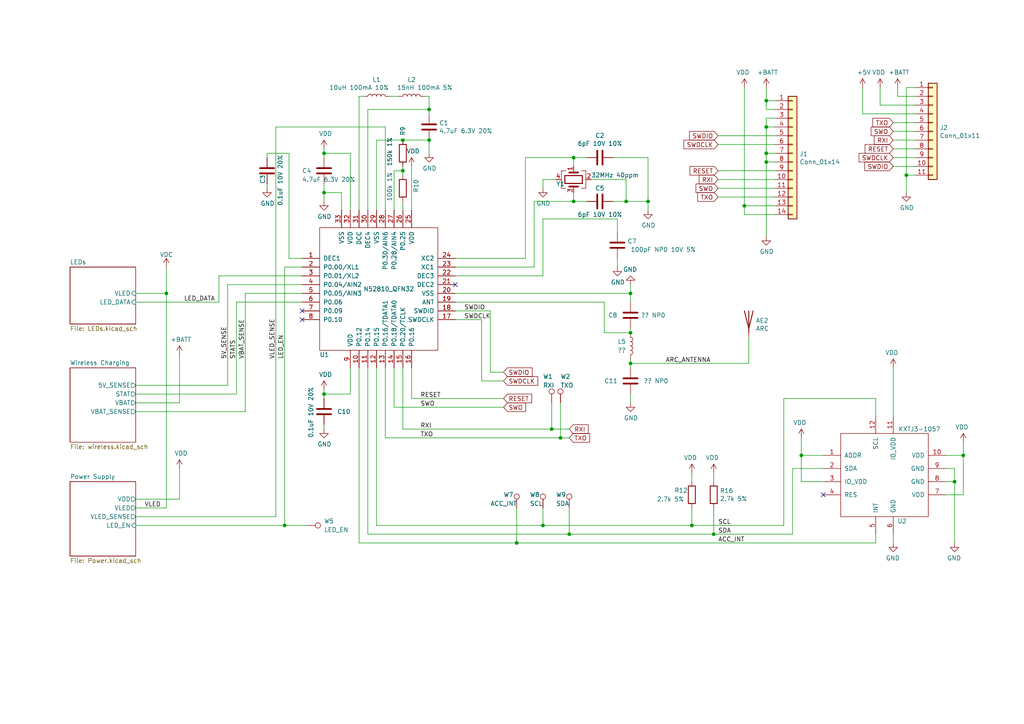
<source format=kicad_sch>
(kicad_sch (version 20211123) (generator eeschema)
  (paper "A4")
  (title_block (title "Pixels D20 Schematic, Main") (date "2021-06-23") (rev "2") (company "Systemic Games, LLC"))
  (lib_symbols
    (symbol "Connector_Generic:Conn_01x11" (pin_names (offset 1.016) hide)
      (property "Reference" "J" (at 0 15.24 0))
      (property "Value" "Conn_01x11" (at 0 -15.24 0))
      (symbol "Conn_01x11_1_1"
        (rectangle (start -1.27 -12.573) (end 0 -12.827) (stroke (width 0.1524)))
        (rectangle (start -1.27 -10.033) (end 0 -10.287) (stroke (width 0.1524)))
        (rectangle (start -1.27 -7.493) (end 0 -7.747) (stroke (width 0.1524)))
        (rectangle (start -1.27 -4.953) (end 0 -5.207) (stroke (width 0.1524)))
        (rectangle (start -1.27 -2.413) (end 0 -2.667) (stroke (width 0.1524)))
        (rectangle (start -1.27 0.127) (end 0 -0.127) (stroke (width 0.1524)))
        (rectangle (start -1.27 2.667) (end 0 2.413) (stroke (width 0.1524)))
        (rectangle (start -1.27 5.207) (end 0 4.953) (stroke (width 0.1524)))
        (rectangle (start -1.27 7.747) (end 0 7.493) (stroke (width 0.1524)))
        (rectangle (start -1.27 10.287) (end 0 10.033) (stroke (width 0.1524)))
        (rectangle (start -1.27 12.827) (end 0 12.573) (stroke (width 0.1524)))
        (rectangle (start -1.27 13.97) (end 1.27 -13.97) (stroke (width 0.254)) (fill (type background)))
        (pin passive line (at -5.08 12.7 0) (length 3.81) (name "Pin_1") (number "1"))
        (pin passive line (at -5.08 -10.16 0) (length 3.81) (name "Pin_10") (number "10"))
        (pin passive line (at -5.08 -12.7 0) (length 3.81) (name "Pin_11") (number "11"))
        (pin passive line (at -5.08 10.16 0) (length 3.81) (name "Pin_2") (number "2"))
        (pin passive line (at -5.08 7.62 0) (length 3.81) (name "Pin_3") (number "3"))
        (pin passive line (at -5.08 5.08 0) (length 3.81) (name "Pin_4") (number "4"))
        (pin passive line (at -5.08 2.54 0) (length 3.81) (name "Pin_5") (number "5"))
        (pin passive line (at -5.08 0 0) (length 3.81) (name "Pin_6") (number "6"))
        (pin passive line (at -5.08 -2.54 0) (length 3.81) (name "Pin_7") (number "7"))
        (pin passive line (at -5.08 -5.08 0) (length 3.81) (name "Pin_8") (number "8"))
        (pin passive line (at -5.08 -7.62 0) (length 3.81) (name "Pin_9") (number "9"))
      )
    )
    (symbol "Connector_Generic:Conn_01x14" (pin_names (offset 1.016) hide)
      (property "Reference" "J" (at 0 17.78 0))
      (property "Value" "Conn_01x14" (at 0 -20.32 0))
      (symbol "Conn_01x14_1_1"
        (rectangle (start -1.27 -17.653) (end 0 -17.907) (stroke (width 0.1524)))
        (rectangle (start -1.27 -15.113) (end 0 -15.367) (stroke (width 0.1524)))
        (rectangle (start -1.27 -12.573) (end 0 -12.827) (stroke (width 0.1524)))
        (rectangle (start -1.27 -10.033) (end 0 -10.287) (stroke (width 0.1524)))
        (rectangle (start -1.27 -7.493) (end 0 -7.747) (stroke (width 0.1524)))
        (rectangle (start -1.27 -4.953) (end 0 -5.207) (stroke (width 0.1524)))
        (rectangle (start -1.27 -2.413) (end 0 -2.667) (stroke (width 0.1524)))
        (rectangle (start -1.27 0.127) (end 0 -0.127) (stroke (width 0.1524)))
        (rectangle (start -1.27 2.667) (end 0 2.413) (stroke (width 0.1524)))
        (rectangle (start -1.27 5.207) (end 0 4.953) (stroke (width 0.1524)))
        (rectangle (start -1.27 7.747) (end 0 7.493) (stroke (width 0.1524)))
        (rectangle (start -1.27 10.287) (end 0 10.033) (stroke (width 0.1524)))
        (rectangle (start -1.27 12.827) (end 0 12.573) (stroke (width 0.1524)))
        (rectangle (start -1.27 15.367) (end 0 15.113) (stroke (width 0.1524)))
        (rectangle (start -1.27 16.51) (end 1.27 -19.05) (stroke (width 0.254)) (fill (type background)))
        (pin passive line (at -5.08 15.24 0) (length 3.81) (name "Pin_1") (number "1"))
        (pin passive line (at -5.08 -7.62 0) (length 3.81) (name "Pin_10") (number "10"))
        (pin passive line (at -5.08 -10.16 0) (length 3.81) (name "Pin_11") (number "11"))
        (pin passive line (at -5.08 -12.7 0) (length 3.81) (name "Pin_12") (number "12"))
        (pin passive line (at -5.08 -15.24 0) (length 3.81) (name "Pin_13") (number "13"))
        (pin passive line (at -5.08 -17.78 0) (length 3.81) (name "Pin_14") (number "14"))
        (pin passive line (at -5.08 12.7 0) (length 3.81) (name "Pin_2") (number "2"))
        (pin passive line (at -5.08 10.16 0) (length 3.81) (name "Pin_3") (number "3"))
        (pin passive line (at -5.08 7.62 0) (length 3.81) (name "Pin_4") (number "4"))
        (pin passive line (at -5.08 5.08 0) (length 3.81) (name "Pin_5") (number "5"))
        (pin passive line (at -5.08 2.54 0) (length 3.81) (name "Pin_6") (number "6"))
        (pin passive line (at -5.08 0 0) (length 3.81) (name "Pin_7") (number "7"))
        (pin passive line (at -5.08 -2.54 0) (length 3.81) (name "Pin_8") (number "8"))
        (pin passive line (at -5.08 -5.08 0) (length 3.81) (name "Pin_9") (number "9"))
      )
    )
    (symbol "Device:Antenna" (pin_numbers hide) (pin_names (offset 1.016) hide)
      (property "Reference" "AE" (at -1.905 1.905 0))
      (property "Value" "Antenna" (at -1.905 0 0))
      (symbol "Antenna_0_1"
        (polyline (pts (xy 0 2.54) (xy 0 -3.81)) (stroke (width 0.254)))
        (polyline (pts (xy 1.27 2.54) (xy 0 -2.54) (xy -1.27 2.54)) (stroke (width 0.254)))
      )
      (symbol "Antenna_1_1"
        (pin input line (at 0 -5.08 90) (length 2.54) (name "A") (number "1"))
      )
    )
    (symbol "Device:C" (pin_numbers hide) (pin_names (offset 0.254))
      (property "Reference" "C" (at 0.635 2.54 0))
      (property "Value" "C" (at 0.635 -2.54 0))
      (symbol "C_0_1"
        (polyline (pts (xy -2.032 -0.762) (xy 2.032 -0.762)) (stroke (width 0.508)))
        (polyline (pts (xy -2.032 0.762) (xy 2.032 0.762)) (stroke (width 0.508)))
      )
      (symbol "C_1_1"
        (pin passive line (at 0 3.81 270) (length 2.794) (name "~") (number "1"))
        (pin passive line (at 0 -3.81 90) (length 2.794) (name "~") (number "2"))
      )
    )
    (symbol "Device:Crystal_GND24" (pin_names (offset 1.016) hide)
      (property "Reference" "Y" (at 3.175 5.08 0))
      (property "Value" "Crystal_GND24" (at 3.175 3.175 0))
      (symbol "Crystal_GND24_0_1"
        (rectangle (start -1.143 2.54) (end 1.143 -2.54) (stroke (width 0.3048)))
        (polyline (pts (xy -2.54 0) (xy -2.032 0)))
        (polyline (pts (xy -2.032 -1.27) (xy -2.032 1.27)) (stroke (width 0.508)))
        (polyline (pts (xy 0 -3.81) (xy 0 -3.556)))
        (polyline (pts (xy 0 3.556) (xy 0 3.81)))
        (polyline (pts (xy 2.032 -1.27) (xy 2.032 1.27)) (stroke (width 0.508)))
        (polyline (pts (xy 2.032 0) (xy 2.54 0)))
        (polyline (pts (xy -2.54 -2.286) (xy -2.54 -3.556) (xy 2.54 -3.556) (xy 2.54 -2.286)))
        (polyline (pts (xy -2.54 2.286) (xy -2.54 3.556) (xy 2.54 3.556) (xy 2.54 2.286)))
      )
      (symbol "Crystal_GND24_1_1"
        (pin passive line (at -3.81 0 0) (length 1.27) (name "1") (number "1"))
        (pin passive line (at 0 5.08 270) (length 1.27) (name "2") (number "2"))
        (pin passive line (at 3.81 0 180) (length 1.27) (name "3") (number "3"))
        (pin passive line (at 0 -5.08 90) (length 1.27) (name "4") (number "4"))
      )
    )
    (symbol "Device:L" (pin_numbers hide) (pin_names (offset 1.016) hide)
      (property "Reference" "L" (at -1.27 0 90))
      (property "Value" "L" (at 1.905 0 90))
      (symbol "L_0_1"
        (arc (start 0 -2.54) (mid 0.635 -1.905) (end 0 -1.27))
        (arc (start 0 -1.27) (mid 0.635 -0.635) (end 0 0))
        (arc (start 0 0) (mid 0.635 0.635) (end 0 1.27))
        (arc (start 0 1.27) (mid 0.635 1.905) (end 0 2.54))
      )
      (symbol "L_1_1"
        (pin passive line (at 0 3.81 270) (length 1.27) (name "1") (number "1"))
        (pin passive line (at 0 -3.81 90) (length 1.27) (name "2") (number "2"))
      )
    )
    (symbol "Device:R" (pin_numbers hide) (pin_names (offset 0))
      (property "Reference" "R" (at 2.032 0 90))
      (property "Value" "R" (at 0 0 90))
      (symbol "R_0_1"
        (rectangle (start -1.016 -2.54) (end 1.016 2.54) (stroke (width 0.254)))
      )
      (symbol "R_1_1"
        (pin passive line (at 0 3.81 270) (length 1.27) (name "~") (number "1"))
        (pin passive line (at 0 -3.81 90) (length 1.27) (name "~") (number "2"))
      )
    )
    (symbol "Pixels-dice:KXTJ3-1057" (pin_names (offset 1.016))
      (property "Reference" "U" (at 10.16 -12.7 0))
      (property "Value" "KXTJ3-1057" (at 8.89 13.97 0))
      (symbol "KXTJ3-1057_0_1"
        (rectangle (start -12.7 12.7) (end 12.7 -11.43))
      )
      (symbol "KXTJ3-1057_1_1"
        (pin input line (at -17.78 6.35 0) (length 5.08) (name "ADDR") (number "1"))
        (pin power_in line (at 17.78 6.35 180) (length 5.08) (name "VDD") (number "10"))
        (pin power_in line (at 2.54 17.78 270) (length 5.08) (name "IO_VDD") (number "11"))
        (pin input line (at -2.54 17.78 270) (length 5.08) (name "SCL") (number "12"))
        (pin bidirectional line (at -17.78 2.54 0) (length 5.08) (name "SDA") (number "2"))
        (pin power_in line (at -17.78 -1.27 0) (length 5.08) (name "IO_VDD") (number "3"))
        (pin passive line (at -17.78 -5.08 0) (length 5.08) (name "RES") (number "4"))
        (pin output line (at -2.54 -16.51 90) (length 5.08) (name "INT") (number "5"))
        (pin power_in line (at 2.54 -16.51 90) (length 5.08) (name "GND") (number "6"))
        (pin power_in line (at 17.78 -5.08 180) (length 5.08) (name "VDD") (number "7"))
        (pin power_in line (at 17.78 -1.27 180) (length 5.08) (name "GND") (number "8"))
        (pin power_in line (at 17.78 2.54 180) (length 5.08) (name "GND") (number "9"))
      )
    )
    (symbol "Pixels-dice:N52810_QFN32" (pin_names (offset 1.016))
      (property "Reference" "U" (at 13.97 -19.05 0))
      (property "Value" "N52810_QFN32" (at 2.54 0 0))
      (symbol "N52810_QFN32_0_1"
        (rectangle (start -17.78 17.78) (end 16.51 -17.78))
      )
      (symbol "N52810_QFN32_1_1"
        (pin power_out line (at -22.86 8.89 0) (length 5.08) (name "DEC1") (number "1"))
        (pin bidirectional line (at -6.35 -22.86 90) (length 5.08) (name "P0.12") (number "10"))
        (pin bidirectional line (at -3.81 -22.86 90) (length 5.08) (name "P0.14") (number "11"))
        (pin bidirectional line (at -1.27 -22.86 90) (length 5.08) (name "P0.15") (number "12"))
        (pin bidirectional line (at 1.27 -22.86 90) (length 5.08) (name "P0.16/TDATA1") (number "13"))
        (pin bidirectional line (at 3.81 -22.86 90) (length 5.08) (name "P0.18/TDATA0") (number "14"))
        (pin bidirectional line (at 6.35 -22.86 90) (length 5.08) (name "P0.20/TCLK") (number "15"))
        (pin bidirectional line (at 8.89 -22.86 90) (length 5.08) (name "P0.16") (number "16"))
        (pin bidirectional line (at 21.59 -8.89 180) (length 5.08) (name "SWDCLK") (number "17"))
        (pin bidirectional line (at 21.59 -6.35 180) (length 5.08) (name "SWDIO") (number "18"))
        (pin output line (at 21.59 -3.81 180) (length 5.08) (name "ANT") (number "19"))
        (pin bidirectional line (at -22.86 6.35 0) (length 5.08) (name "P0.00/XL1") (number "2"))
        (pin output line (at 21.59 -1.27 180) (length 5.08) (name "VSS") (number "20"))
        (pin output line (at 21.59 1.27 180) (length 5.08) (name "DEC2") (number "21"))
        (pin output line (at 21.59 3.81 180) (length 5.08) (name "DEC3") (number "22"))
        (pin output line (at 21.59 6.35 180) (length 5.08) (name "XC1") (number "23"))
        (pin input line (at 21.59 8.89 180) (length 5.08) (name "XC2") (number "24"))
        (pin power_in line (at 8.89 22.86 270) (length 5.08) (name "VDD") (number "25"))
        (pin bidirectional line (at 6.35 22.86 270) (length 5.08) (name "P0.25") (number "26"))
        (pin bidirectional line (at 3.81 22.86 270) (length 5.08) (name "P0.28/AIN4") (number "27"))
        (pin bidirectional line (at 1.27 22.86 270) (length 5.08) (name "P0.30/AIN6") (number "28"))
        (pin power_in line (at -1.27 22.86 270) (length 5.08) (name "VSS") (number "29"))
        (pin bidirectional line (at -22.86 3.81 0) (length 5.08) (name "P0.01/XL2") (number "3"))
        (pin output line (at -3.81 22.86 270) (length 5.08) (name "DEC4") (number "30"))
        (pin output line (at -6.35 22.86 270) (length 5.08) (name "DCC") (number "31"))
        (pin power_in line (at -8.89 22.86 270) (length 5.08) (name "VDD") (number "32"))
        (pin power_in line (at -11.43 22.86 270) (length 5.08) (name "VSS") (number "33"))
        (pin bidirectional line (at -22.86 1.27 0) (length 5.08) (name "P0.04/AIN2") (number "4"))
        (pin bidirectional line (at -22.86 -1.27 0) (length 5.08) (name "P0.05/AIN3") (number "5"))
        (pin bidirectional line (at -22.86 -3.81 0) (length 5.08) (name "P0.06") (number "6"))
        (pin bidirectional line (at -22.86 -6.35 0) (length 5.08) (name "P0.09") (number "7"))
        (pin bidirectional line (at -22.86 -8.89 0) (length 5.08) (name "P0.10") (number "8"))
        (pin power_in line (at -8.89 -22.86 90) (length 5.08) (name "VDD") (number "9"))
      )
    )
    (symbol "Pixels-dice:TEST_1P-conn" (pin_numbers hide) (pin_names (offset 0.762) hide)
      (property "Reference" "W" (at 0 6.858 0))
      (property "Value" "TEST_1P-conn" (at 0 5.08 0))
      (symbol "TEST_1P-conn_0_1"
        (circle (center 0 3.302) (radius 0.762))
      )
      (symbol "TEST_1P-conn_1_1"
        (pin passive line (at 0 0 90) (length 2.54) (name "1") (number "1"))
      )
    )
    (symbol "power:+5V" (power) (pin_names (offset 0))
      (property "Value" "+5V" (at 0 3.556 0))
      (symbol "+5V_0_1"
        (polyline (pts (xy -0.762 1.27) (xy 0 2.54)))
        (polyline (pts (xy 0 0) (xy 0 2.54)))
        (polyline (pts (xy 0 2.54) (xy 0.762 1.27)))
      )
      (symbol "+5V_1_1"
        (pin power_in line (at 0 0 90) (length 0) hide (name "+5V") (number "1"))
      )
    )
    (symbol "power:+BATT" (power) (pin_names (offset 0))
      (property "Value" "+BATT" (at 0 3.556 0))
      (symbol "+BATT_0_1"
        (polyline (pts (xy -0.762 1.27) (xy 0 2.54)))
        (polyline (pts (xy 0 0) (xy 0 2.54)))
        (polyline (pts (xy 0 2.54) (xy 0.762 1.27)))
      )
      (symbol "+BATT_1_1"
        (pin power_in line (at 0 0 90) (length 0) hide (name "+BATT") (number "1"))
      )
    )
    (symbol "power:GND" (power) (pin_names (offset 0))
      (property "Value" "GND" (at 0 -3.81 0))
      (symbol "GND_0_1"
        (polyline (pts (xy 0 0) (xy 0 -1.27) (xy 1.27 -1.27) (xy 0 -2.54) (xy -1.27 -1.27) (xy 0 -1.27)))
      )
      (symbol "GND_1_1"
        (pin power_in line (at 0 0 270) (length 0) hide (name "GND") (number "1"))
      )
    )
    (symbol "power:VDC" (power) (pin_names (offset 0))
      (property "Value" "VDC" (at 0 6.35 0))
      (symbol "VDC_0_1"
        (polyline (pts (xy -0.762 1.27) (xy 0 2.54)))
        (polyline (pts (xy 0 0) (xy 0 2.54)))
        (polyline (pts (xy 0 2.54) (xy 0.762 1.27)))
      )
      (symbol "VDC_1_1"
        (pin power_in line (at 0 0 90) (length 0) hide (name "VDC") (number "1"))
      )
    )
    (symbol "power:VDD" (power) (pin_names (offset 0))
      (property "Value" "VDD" (at 0 3.81 0))
      (symbol "VDD_0_1"
        (polyline (pts (xy -0.762 1.27) (xy 0 2.54)))
        (polyline (pts (xy 0 0) (xy 0 2.54)))
        (polyline (pts (xy 0 2.54) (xy 0.762 1.27)))
      )
      (symbol "VDD_1_1"
        (pin power_in line (at 0 0 90) (length 0) hide (name "VDD") (number "1"))
      )
    )
  )
  (junction (at 279.4 132.08))
  (junction (at 182.88 96.52))
  (junction (at 181.61 58.42))
  (junction (at 276.86 139.7))
  (junction (at 93.98 55.88))
  (junction (at 93.98 44.45))
  (junction (at 124.46 40.64))
  (junction (at 116.84 49.53))
  (junction (at 262.89 50.8))
  (junction (at 166.37 58.42))
  (junction (at 149.86 157.48))
  (junction (at 165.1 154.94))
  (junction (at 207.01 154.94))
  (junction (at 222.25 36.83))
  (junction (at 93.98 114.3))
  (junction (at 124.46 31.75))
  (junction (at 182.88 85.09))
  (junction (at 182.88 105.41))
  (junction (at 82.55 152.4))
  (junction (at 222.25 44.45))
  (junction (at 116.84 40.64))
  (junction (at 222.25 29.21))
  (junction (at 187.96 58.42))
  (junction (at 222.25 46.99))
  (junction (at 48.26 85.09))
  (junction (at 162.56 127))
  (junction (at 232.41 132.08))
  (junction (at 215.9 59.69))
  (junction (at 157.48 152.4))
  (junction (at 160.02 124.46))
  (junction (at 200.66 152.4))
  (junction (at 166.37 45.72))
  (no_connect (at 87.63 92.71))
  (no_connect (at 132.08 82.55))
  (no_connect (at 87.63 90.17))
  (no_connect (at 238.76 143.51))
  (wire (pts (xy 99.06 55.88) (xy 93.98 55.88)))
  (wire (pts (xy 39.37 87.63) (xy 63.5 87.63)))
  (wire (pts (xy 99.06 60.96) (xy 99.06 55.88)))
  (wire (pts (xy 222.25 34.29) (xy 222.25 36.83)))
  (wire (pts (xy 207.01 137.16) (xy 207.01 139.7)))
  (wire (pts (xy 149.86 147.32) (xy 149.86 157.48)))
  (wire (pts (xy 109.22 40.64) (xy 109.22 60.96)))
  (wire (pts (xy 181.61 52.07) (xy 181.61 58.42)))
  (wire (pts (xy 250.19 25.4) (xy 250.19 33.02)))
  (wire (pts (xy 154.94 77.47) (xy 154.94 58.42)))
  (wire (pts (xy 93.98 44.45) (xy 93.98 45.72)))
  (wire (pts (xy 232.41 139.7) (xy 232.41 132.08)))
  (wire (pts (xy 279.4 143.51) (xy 274.32 143.51)))
  (wire (pts (xy 101.6 44.45) (xy 93.98 44.45)))
  (wire (pts (xy 177.8 58.42) (xy 181.61 58.42)))
  (wire (pts (xy 157.48 80.01) (xy 132.08 80.01)))
  (wire (pts (xy 139.7 110.49) (xy 146.05 110.49)))
  (wire (pts (xy 132.08 74.93) (xy 152.4 74.93)))
  (wire (pts (xy 238.76 135.89) (xy 229.87 135.89)))
  (wire (pts (xy 207.01 147.32) (xy 207.01 154.94)))
  (wire (pts (xy 187.96 45.72) (xy 187.96 58.42)))
  (wire (pts (xy 224.79 46.99) (xy 222.25 46.99)))
  (wire (pts (xy 160.02 124.46) (xy 165.1 124.46)))
  (wire (pts (xy 166.37 45.72) (xy 170.18 45.72)))
  (wire (pts (xy 259.08 154.94) (xy 259.08 157.48)))
  (wire (pts (xy 39.37 114.3) (xy 68.58 114.3)))
  (wire (pts (xy 255.27 30.48) (xy 265.43 30.48)))
  (wire (pts (xy 132.08 87.63) (xy 175.26 87.63)))
  (wire (pts (xy 208.28 41.91) (xy 224.79 41.91)))
  (wire (pts (xy 39.37 147.32) (xy 48.26 147.32)))
  (wire (pts (xy 215.9 59.69) (xy 215.9 62.23)))
  (wire (pts (xy 116.84 124.46) (xy 116.84 106.68)))
  (wire (pts (xy 162.56 127) (xy 165.1 127)))
  (wire (pts (xy 260.35 25.4) (xy 260.35 27.94)))
  (wire (pts (xy 80.01 36.83) (xy 111.76 36.83)))
  (wire (pts (xy 111.76 36.83) (xy 111.76 60.96)))
  (wire (pts (xy 262.89 25.4) (xy 262.89 50.8)))
  (wire (pts (xy 124.46 40.64) (xy 124.46 44.45)))
  (wire (pts (xy 39.37 111.76) (xy 66.04 111.76)))
  (wire (pts (xy 93.98 114.3) (xy 93.98 115.57)))
  (wire (pts (xy 132.08 85.09) (xy 182.88 85.09)))
  (wire (pts (xy 259.08 40.64) (xy 265.43 40.64)))
  (wire (pts (xy 149.86 157.48) (xy 254 157.48)))
  (wire (pts (xy 66.04 82.55) (xy 66.04 111.76)))
  (wire (pts (xy 224.79 59.69) (xy 215.9 59.69)))
  (wire (pts (xy 274.32 139.7) (xy 276.86 139.7)))
  (wire (pts (xy 175.26 96.52) (xy 182.88 96.52)))
  (wire (pts (xy 152.4 74.93) (xy 152.4 45.72)))
  (wire (pts (xy 109.22 152.4) (xy 157.48 152.4)))
  (wire (pts (xy 217.17 105.41) (xy 217.17 97.79)))
  (wire (pts (xy 109.22 106.68) (xy 109.22 152.4)))
  (wire (pts (xy 182.88 104.14) (xy 182.88 105.41)))
  (wire (pts (xy 132.08 90.17) (xy 142.24 90.17)))
  (wire (pts (xy 114.3 106.68) (xy 114.3 118.11)))
  (wire (pts (xy 101.6 60.96) (xy 101.6 44.45)))
  (wire (pts (xy 254 120.65) (xy 254 115.57)))
  (wire (pts (xy 222.25 31.75) (xy 224.79 31.75)))
  (wire (pts (xy 93.98 114.3) (xy 93.98 113.03)))
  (wire (pts (xy 142.24 107.95) (xy 146.05 107.95)))
  (wire (pts (xy 222.25 29.21) (xy 222.25 31.75)))
  (wire (pts (xy 161.29 52.07) (xy 157.48 52.07)))
  (wire (pts (xy 160.02 116.84) (xy 160.02 124.46)))
  (wire (pts (xy 259.08 45.72) (xy 265.43 45.72)))
  (wire (pts (xy 222.25 44.45) (xy 222.25 46.99)))
  (wire (pts (xy 124.46 31.75) (xy 124.46 33.02)))
  (wire (pts (xy 52.07 144.78) (xy 52.07 135.89)))
  (wire (pts (xy 104.14 60.96) (xy 104.14 27.94)))
  (wire (pts (xy 63.5 80.01) (xy 87.63 80.01)))
  (wire (pts (xy 114.3 60.96) (xy 114.3 49.53)))
  (wire (pts (xy 123.19 27.94) (xy 124.46 27.94)))
  (wire (pts (xy 124.46 31.75) (xy 106.68 31.75)))
  (wire (pts (xy 165.1 154.94) (xy 207.01 154.94)))
  (wire (pts (xy 208.28 49.53) (xy 224.79 49.53)))
  (wire (pts (xy 232.41 132.08) (xy 238.76 132.08)))
  (wire (pts (xy 177.8 45.72) (xy 187.96 45.72)))
  (wire (pts (xy 222.25 36.83) (xy 222.25 44.45)))
  (wire (pts (xy 39.37 85.09) (xy 48.26 85.09)))
  (wire (pts (xy 274.32 135.89) (xy 276.86 135.89)))
  (wire (pts (xy 279.4 132.08) (xy 279.4 143.51)))
  (wire (pts (xy 114.3 49.53) (xy 116.84 49.53)))
  (wire (pts (xy 154.94 58.42) (xy 166.37 58.42)))
  (wire (pts (xy 232.41 132.08) (xy 232.41 127)))
  (wire (pts (xy 101.6 114.3) (xy 93.98 114.3)))
  (wire (pts (xy 111.76 127) (xy 162.56 127)))
  (wire (pts (xy 68.58 87.63) (xy 87.63 87.63)))
  (wire (pts (xy 227.33 115.57) (xy 227.33 152.4)))
  (wire (pts (xy 276.86 139.7) (xy 276.86 157.48)))
  (wire (pts (xy 82.55 77.47) (xy 82.55 152.4)))
  (wire (pts (xy 200.66 137.16) (xy 200.66 139.7)))
  (wire (pts (xy 88.9 152.4) (xy 82.55 152.4)))
  (wire (pts (xy 222.25 34.29) (xy 224.79 34.29)))
  (wire (pts (xy 166.37 58.42) (xy 170.18 58.42)))
  (wire (pts (xy 215.9 62.23) (xy 224.79 62.23)))
  (wire (pts (xy 222.25 46.99) (xy 222.25 68.58)))
  (wire (pts (xy 182.88 82.55) (xy 182.88 85.09)))
  (wire (pts (xy 116.84 124.46) (xy 160.02 124.46)))
  (wire (pts (xy 179.07 63.5) (xy 179.07 67.31)))
  (wire (pts (xy 262.89 55.88) (xy 262.89 50.8)))
  (wire (pts (xy 259.08 48.26) (xy 265.43 48.26)))
  (wire (pts (xy 119.38 106.68) (xy 119.38 115.57)))
  (wire (pts (xy 208.28 57.15) (xy 224.79 57.15)))
  (wire (pts (xy 157.48 152.4) (xy 200.66 152.4)))
  (wire (pts (xy 152.4 45.72) (xy 166.37 45.72)))
  (wire (pts (xy 39.37 144.78) (xy 52.07 144.78)))
  (wire (pts (xy 259.08 38.1) (xy 265.43 38.1)))
  (wire (pts (xy 39.37 119.38) (xy 71.12 119.38)))
  (wire (pts (xy 124.46 27.94) (xy 124.46 31.75)))
  (wire (pts (xy 48.26 85.09) (xy 48.26 147.32)))
  (wire (pts (xy 82.55 77.47) (xy 87.63 77.47)))
  (wire (pts (xy 200.66 152.4) (xy 227.33 152.4)))
  (wire (pts (xy 106.68 154.94) (xy 165.1 154.94)))
  (wire (pts (xy 119.38 48.26) (xy 119.38 60.96)))
  (wire (pts (xy 82.55 152.4) (xy 39.37 152.4)))
  (wire (pts (xy 208.28 54.61) (xy 224.79 54.61)))
  (wire (pts (xy 87.63 82.55) (xy 66.04 82.55)))
  (wire (pts (xy 116.84 58.42) (xy 116.84 60.96)))
  (wire (pts (xy 182.88 105.41) (xy 182.88 106.68)))
  (wire (pts (xy 116.84 40.64) (xy 124.46 40.64)))
  (wire (pts (xy 104.14 27.94) (xy 105.41 27.94)))
  (wire (pts (xy 250.19 33.02) (xy 265.43 33.02)))
  (wire (pts (xy 260.35 27.94) (xy 265.43 27.94)))
  (wire (pts (xy 104.14 157.48) (xy 149.86 157.48)))
  (wire (pts (xy 139.7 92.71) (xy 139.7 110.49)))
  (wire (pts (xy 63.5 87.63) (xy 63.5 80.01)))
  (wire (pts (xy 39.37 149.86) (xy 80.01 149.86)))
  (wire (pts (xy 171.45 52.07) (xy 181.61 52.07)))
  (wire (pts (xy 93.98 44.45) (xy 93.98 43.18)))
  (wire (pts (xy 93.98 55.88) (xy 93.98 58.42)))
  (wire (pts (xy 48.26 85.09) (xy 48.26 77.47)))
  (wire (pts (xy 175.26 87.63) (xy 175.26 96.52)))
  (wire (pts (xy 132.08 92.71) (xy 139.7 92.71)))
  (wire (pts (xy 165.1 147.32) (xy 165.1 154.94)))
  (wire (pts (xy 229.87 135.89) (xy 229.87 154.94)))
  (wire (pts (xy 224.79 44.45) (xy 222.25 44.45)))
  (wire (pts (xy 77.47 53.34) (xy 77.47 54.61)))
  (wire (pts (xy 146.05 115.57) (xy 119.38 115.57)))
  (wire (pts (xy 265.43 25.4) (xy 262.89 25.4)))
  (wire (pts (xy 116.84 49.53) (xy 116.84 50.8)))
  (wire (pts (xy 222.25 25.4) (xy 222.25 29.21)))
  (wire (pts (xy 162.56 116.84) (xy 162.56 127)))
  (wire (pts (xy 157.48 147.32) (xy 157.48 152.4)))
  (wire (pts (xy 83.82 44.45) (xy 77.47 44.45)))
  (wire (pts (xy 182.88 95.25) (xy 182.88 96.52)))
  (wire (pts (xy 182.88 105.41) (xy 217.17 105.41)))
  (wire (pts (xy 142.24 90.17) (xy 142.24 107.95)))
  (wire (pts (xy 109.22 40.64) (xy 116.84 40.64)))
  (wire (pts (xy 279.4 128.27) (xy 279.4 132.08)))
  (wire (pts (xy 87.63 74.93) (xy 83.82 74.93)))
  (wire (pts (xy 93.98 53.34) (xy 93.98 55.88)))
  (wire (pts (xy 157.48 63.5) (xy 157.48 80.01)))
  (wire (pts (xy 254 154.94) (xy 254 157.48)))
  (wire (pts (xy 106.68 31.75) (xy 106.68 60.96)))
  (wire (pts (xy 71.12 85.09) (xy 71.12 119.38)))
  (wire (pts (xy 181.61 58.42) (xy 187.96 58.42)))
  (wire (pts (xy 83.82 74.93) (xy 83.82 44.45)))
  (wire (pts (xy 259.08 43.18) (xy 265.43 43.18)))
  (wire (pts (xy 207.01 154.94) (xy 229.87 154.94)))
  (wire (pts (xy 255.27 25.4) (xy 255.27 30.48)))
  (wire (pts (xy 116.84 48.26) (xy 116.84 49.53)))
  (wire (pts (xy 259.08 35.56) (xy 265.43 35.56)))
  (wire (pts (xy 80.01 36.83) (xy 80.01 149.86)))
  (wire (pts (xy 39.37 116.84) (xy 52.07 116.84)))
  (wire (pts (xy 182.88 85.09) (xy 182.88 87.63)))
  (wire (pts (xy 104.14 106.68) (xy 104.14 157.48)))
  (wire (pts (xy 179.07 74.93) (xy 179.07 77.47)))
  (wire (pts (xy 157.48 52.07) (xy 157.48 54.61)))
  (wire (pts (xy 113.03 27.94) (xy 115.57 27.94)))
  (wire (pts (xy 187.96 58.42) (xy 187.96 60.96)))
  (wire (pts (xy 166.37 55.88) (xy 166.37 58.42)))
  (wire (pts (xy 208.28 39.37) (xy 224.79 39.37)))
  (wire (pts (xy 166.37 48.26) (xy 166.37 45.72)))
  (wire (pts (xy 279.4 132.08) (xy 274.32 132.08)))
  (wire (pts (xy 254 115.57) (xy 227.33 115.57)))
  (wire (pts (xy 179.07 63.5) (xy 157.48 63.5)))
  (wire (pts (xy 238.76 139.7) (xy 232.41 139.7)))
  (wire (pts (xy 146.05 118.11) (xy 114.3 118.11)))
  (wire (pts (xy 262.89 50.8) (xy 265.43 50.8)))
  (wire (pts (xy 77.47 44.45) (xy 77.47 45.72)))
  (wire (pts (xy 224.79 36.83) (xy 222.25 36.83)))
  (wire (pts (xy 111.76 127) (xy 111.76 106.68)))
  (wire (pts (xy 106.68 106.68) (xy 106.68 154.94)))
  (wire (pts (xy 68.58 87.63) (xy 68.58 114.3)))
  (wire (pts (xy 215.9 25.4) (xy 215.9 59.69)))
  (wire (pts (xy 276.86 135.89) (xy 276.86 139.7)))
  (wire (pts (xy 259.08 106.68) (xy 259.08 120.65)))
  (wire (pts (xy 182.88 114.3) (xy 182.88 116.84)))
  (wire (pts (xy 222.25 29.21) (xy 224.79 29.21)))
  (wire (pts (xy 132.08 77.47) (xy 154.94 77.47)))
  (wire (pts (xy 200.66 147.32) (xy 200.66 152.4)))
  (wire (pts (xy 101.6 106.68) (xy 101.6 114.3)))
  (wire (pts (xy 52.07 102.87) (xy 52.07 116.84)))
  (wire (pts (xy 87.63 85.09) (xy 71.12 85.09)))
  (wire (pts (xy 208.28 52.07) (xy 224.79 52.07)))
  (wire (pts (xy 93.98 123.19) (xy 93.98 124.46)))
  (label "VLED_SENSE" (at 80.01 104.14 90))
  (label "TXO" (at 121.92 127 0))
  (label "ACC_INT" (at 208.28 157.48 0))
  (label "SWDCLK" (at 134.62 92.71 0))
  (label "VBAT_SENSE" (at 71.12 104.14 90))
  (label "5V_SENSE" (at 66.04 104.14 90))
  (label "SDA" (at 208.28 154.94 0))
  (label "LED_EN" (at 82.55 104.14 90))
  (label "ARC_ANTENNA" (at 193.04 105.41 0))
  (label "RXI" (at 121.92 124.46 0))
  (label "SWDIO" (at 134.62 90.17 0))
  (label "SWO" (at 121.92 118.11 0))
  (label "LED_DATA" (at 53.34 87.63 0))
  (label "RESET" (at 121.92 115.57 0))
  (label "SCL" (at 208.28 152.4 0))
  (label "VLED" (at 41.91 147.32 0))
  (label "STATS" (at 68.58 104.14 90))
  (global_label "TXO" (shape input) (at 165.1 127 0) (property "Intersheet References" "${INTERSHEET_REFS}" (effects hide)))
  (global_label "RXI" (shape input) (at 259.08 40.64 180) (property "Intersheet References" "${INTERSHEET_REFS}" (effects hide)))
  (global_label "RESET" (shape input) (at 259.08 43.18 180) (property "Intersheet References" "${INTERSHEET_REFS}" (effects hide)))
  (global_label "RESET" (shape input) (at 208.28 49.53 180) (property "Intersheet References" "${INTERSHEET_REFS}" (effects hide)))
  (global_label "SWDIO" (shape input) (at 146.05 107.95 0) (property "Intersheet References" "${INTERSHEET_REFS}" (effects hide)))
  (global_label "RXI" (shape input) (at 208.28 52.07 180) (property "Intersheet References" "${INTERSHEET_REFS}" (effects hide)))
  (global_label "SWDCLK" (shape input) (at 259.08 45.72 180) (property "Intersheet References" "${INTERSHEET_REFS}" (effects hide)))
  (global_label "TXO" (shape input) (at 259.08 35.56 180) (property "Intersheet References" "${INTERSHEET_REFS}" (effects hide)))
  (global_label "SWO" (shape input) (at 146.05 118.11 0) (property "Intersheet References" "${INTERSHEET_REFS}" (effects hide)))
  (global_label "SWDCLK" (shape input) (at 146.05 110.49 0) (property "Intersheet References" "${INTERSHEET_REFS}" (effects hide)))
  (global_label "TXO" (shape input) (at 208.28 57.15 180) (property "Intersheet References" "${INTERSHEET_REFS}" (effects hide)))
  (global_label "RESET" (shape input) (at 146.05 115.57 0) (property "Intersheet References" "${INTERSHEET_REFS}" (effects hide)))
  (global_label "SWDIO" (shape input) (at 259.08 48.26 180) (property "Intersheet References" "${INTERSHEET_REFS}" (effects hide)))
  (global_label "SWO" (shape input) (at 208.28 54.61 180) (property "Intersheet References" "${INTERSHEET_REFS}" (effects hide)))
  (global_label "RXI" (shape input) (at 165.1 124.46 0) (property "Intersheet References" "${INTERSHEET_REFS}" (effects hide)))
  (global_label "SWDCLK" (shape input) (at 208.28 41.91 180) (property "Intersheet References" "${INTERSHEET_REFS}" (effects hide)))
  (global_label "SWO" (shape input) (at 259.08 38.1 180) (property "Intersheet References" "${INTERSHEET_REFS}" (effects hide)))
  (global_label "SWDIO" (shape input) (at 208.28 39.37 180) (property "Intersheet References" "${INTERSHEET_REFS}" (effects hide)))
  (symbol (lib_id "power:GND") (at 93.98 124.46 0) (unit 1)
    (property "Reference" "#PWR016" (effects hide))
    (property "Value" "GND" (at 94.107 128.8542 0))
  )
  (symbol (lib_id "power:VDD") (at 93.98 113.03 0) (unit 1)
    (property "Reference" "#PWR014" (effects hide))
    (property "Value" "VDD" (at 94.4118 108.6358 0))
  )
  (symbol (lib_id "Device:C") (at 93.98 119.38 0) (unit 1)
    (property "Reference" "C10" (at 97.79 119.38 0) (effects (justify left)))
    (property "Value" "0.1uF 10V 20%" (at 90.17 127 90) (effects (justify left)))
    (property "Footprint" "Capacitor_SMD:C_0402_1005Metric" (effects hide))
    (property "Generic OK" "YES" (effects hide))
    (property "Pixels Part Number" "SMD-C005" (effects hide))
    (property "Manufacturer" "Murata" (effects hide))
    (property "Manufacturer Part Number" "GRM155R61H104KE19D" (effects hide))
  )
  (symbol (lib_id "power:GND") (at 93.98 58.42 0) (unit 1)
    (property "Reference" "#PWR08" (effects hide))
    (property "Value" "GND" (at 94.107 62.8142 0))
  )
  (symbol (lib_id "power:VDD") (at 93.98 43.18 0) (unit 1)
    (property "Reference" "#PWR01" (effects hide))
    (property "Value" "VDD" (at 94.4118 38.7858 0))
  )
  (symbol (lib_id "Device:C") (at 93.98 49.53 0) (unit 1)
    (property "Reference" "C4" (at 87.63 49.53 0) (effects (justify left)))
    (property "Value" "4.7uF 6.3V 20%" (at 87.63 52.07 0) (effects (justify left)))
    (property "Footprint" "Capacitor_SMD:C_0402_1005Metric" (effects hide))
    (property "Generic OK" "YES" (effects hide))
    (property "Pixels Part Number" "SMD-C002" (effects hide))
    (property "Manufacturer" "Murata" (effects hide))
    (property "Manufacturer Part Number" "GRM155R60J475ME87D" (effects hide))
  )
  (symbol (lib_id "power:GND") (at 77.47 54.61 0) (unit 1)
    (property "Reference" "#PWR05" (effects hide))
    (property "Value" "GND" (at 77.597 59.0042 0))
  )
  (symbol (lib_id "Device:C") (at 77.47 49.53 0) (unit 1)
    (property "Reference" "C3" (at 76.2 53.34 90) (effects (justify left)))
    (property "Value" "0.1uF 10V 20%" (at 81.28 59.69 90) (effects (justify left)))
    (property "Footprint" "Capacitor_SMD:C_0402_1005Metric" (effects hide))
    (property "Generic OK" "YES" (effects hide))
    (property "Pixels Part Number" "SMD-C005" (effects hide))
    (property "Manufacturer" "Murata" (effects hide))
    (property "Manufacturer Part Number" "GRM155R61H104KE19D" (effects hide))
  )
  (symbol (lib_id "Device:L") (at 109.22 27.94 90) (unit 1)
    (property "Reference" "L1" (at 109.22 23.114 90))
    (property "Value" "10uH 100mA 10%" (at 104.14 25.4 90))
    (property "Footprint" "Inductor_SMD:L_0805_2012Metric" (effects hide))
    (property "Generic OK" "YES" (effects hide))
    (property "Pixels Part Number" "SMD-L001" (effects hide))
    (property "Manufacturer" "Taiyo Yuden" (effects hide))
    (property "Manufacturer Part Number" "LBR2012T100K" (effects hide))
  )
  (symbol (lib_id "Device:L") (at 119.38 27.94 90) (unit 1)
    (property "Reference" "L2" (at 119.38 23.114 90))
    (property "Value" "15nH 100mA 5%" (at 123.19 25.4 90))
    (property "Footprint" "Inductor_SMD:L_0402_1005Metric" (effects hide))
    (property "Generic OK" "YES" (effects hide))
    (property "Pixels Part Number" "SMD-L002" (effects hide))
    (property "Manufacturer" "Taiyo Yuden" (effects hide))
    (property "Manufacturer Part Number" "HK100515NJ-T" (effects hide))
  )
  (symbol (lib_id "Device:C") (at 124.46 36.83 0) (unit 1)
    (property "Reference" "C1" (at 127.381 35.6616 0) (effects (justify left)))
    (property "Value" "4.7uF 6.3V 20%" (at 127.381 37.973 0) (effects (justify left)))
    (property "Footprint" "Capacitor_SMD:C_0402_1005Metric" (effects hide))
    (property "Generic OK" "YES" (effects hide))
    (property "Pixels Part Number" "SMD-C002" (effects hide))
    (property "Manufacturer" "Murata" (effects hide))
    (property "Manufacturer Part Number" "GRM155R60J475ME87D" (effects hide))
  )
  (symbol (lib_id "power:GND") (at 124.46 44.45 0) (unit 1)
    (property "Reference" "#PWR03" (effects hide))
    (property "Value" "GND" (at 124.587 48.8442 0))
  )
  (symbol (lib_id "Device:Crystal_GND24") (at 166.37 52.07 270) (unit 1)
    (property "Reference" "Y1" (at 161.29 53.34 90) (effects (justify left)))
    (property "Value" "32MHz 40ppm" (at 171.45 50.8 90) (effects (justify left)))
    (property "Footprint" "Pixels-dice:Crystal_SMD_2016-4Pin_2.0x1.6mm" (effects hide))
    (property "Generic OK" "YES" (effects hide))
    (property "Manufacturer" "Murata" (effects hide))
    (property "Manufacturer Part Number" "XRCGB32M000F2P00R0" (effects hide))
    (property "Pixels Part Number" "SMD-Y001" (effects hide))
  )
  (symbol (lib_id "Device:C") (at 173.99 45.72 270) (unit 1)
    (property "Reference" "C2" (at 173.99 39.3192 90))
    (property "Value" "6pF 10V 10%" (at 173.99 41.6306 90))
    (property "Footprint" "Capacitor_SMD:C_0402_1005Metric" (effects hide))
    (property "Generic OK" "YES" (effects hide))
    (property "Pixels Part Number" "SMD-C001" (effects hide))
    (property "Manufacturer" "Murata" (effects hide))
    (property "Manufacturer Part Number" "GCM1555C1H6R0DA16D" (effects hide))
  )
  (symbol (lib_id "Device:C") (at 173.99 58.42 270) (unit 1)
    (property "Reference" "C5" (at 173.99 54.61 90))
    (property "Value" "6pF 10V 10%" (at 173.99 62.23 90))
    (property "Footprint" "Capacitor_SMD:C_0402_1005Metric" (effects hide))
    (property "Generic OK" "YES" (effects hide))
    (property "Pixels Part Number" "SMD-C001" (effects hide))
    (property "Manufacturer" "Murata" (effects hide))
    (property "Manufacturer Part Number" "GCM1555C1H6R0DA16D" (effects hide))
  )
  (symbol (lib_id "power:GND") (at 187.96 60.96 0) (unit 1)
    (property "Reference" "#PWR09" (effects hide))
    (property "Value" "GND" (at 188.087 65.3542 0))
  )
  (symbol (lib_id "power:GND") (at 179.07 77.47 0) (unit 1)
    (property "Reference" "#PWR011" (effects hide))
    (property "Value" "GND" (at 179.197 81.8642 0))
  )
  (symbol (lib_id "Device:C") (at 179.07 71.12 0) (unit 1)
    (property "Reference" "C7" (at 181.991 69.9516 0) (effects (justify left)))
    (property "Value" "100pF NP0 10V 5%" (at 182.88 72.39 0) (effects (justify left)))
    (property "Footprint" "Capacitor_SMD:C_0402_1005Metric" (effects hide))
    (property "Generic OK" "YES" (effects hide))
    (property "Pixels Part Number" "SMD-C003" (effects hide))
    (property "Manufacturer" "Kemet" (effects hide))
    (property "Manufacturer Part Number" "C0402C101J5GAC7411" (effects hide))
  )
  (symbol (lib_id "Device:C") (at 182.88 91.44 180) (unit 1)
    (property "Reference" "C8" (at 179.07 91.44 0) (effects (justify left)))
    (property "Value" "?? NP0" (at 193.04 91.44 0) (effects (justify left)))
    (property "Footprint" "Capacitor_SMD:C_0402_1005Metric" (effects hide))
    (property "Generic OK" "YES" (effects hide))
    (property "Pixels Part Number" "SMD-C004" (effects hide))
  )
  (symbol (lib_id "power:GND") (at 182.88 82.55 180) (unit 1)
    (property "Reference" "#PWR012" (effects hide))
    (property "Value" "GND" (at 182.753 78.1558 0))
  )
  (symbol (lib_id "power:GND") (at 157.48 54.61 0) (unit 1)
    (property "Reference" "#PWR06" (effects hide))
    (property "Value" "GND" (at 157.607 59.0042 0))
  )
  (symbol (lib_id "power:VDD") (at 52.07 135.89 0) (unit 1)
    (property "Reference" "#PWR021" (effects hide))
    (property "Value" "VDD" (at 52.5018 131.4958 0))
  )
  (symbol (lib_id "Pixels-dice:TEST_1P-conn") (at 160.02 116.84 0) (unit 1)
    (property "Reference" "W1" (at 157.48 109.22 0) (effects (justify left)))
    (property "Value" "RXI" (at 157.48 111.76 0) (effects (justify left)))
    (property "Footprint" "Pixels-dice:TEST_PIN" (effects hide))
  )
  (symbol (lib_id "Pixels-dice:TEST_1P-conn") (at 162.56 116.84 0) (unit 1)
    (property "Reference" "W2" (at 162.56 109.22 0) (effects (justify left)))
    (property "Value" "TXO" (at 162.56 111.76 0) (effects (justify left)))
    (property "Footprint" "Pixels-dice:TEST_PIN" (effects hide))
  )
  (symbol (lib_id "Pixels-dice:TEST_1P-conn") (at 88.9 152.4 270) (unit 1)
    (property "Reference" "W5" (at 93.98 151.13 90) (effects (justify left)))
    (property "Value" "LED_EN" (at 93.98 153.67 90) (effects (justify left)))
    (property "Footprint" "Pixels-dice:TEST_PIN" (effects hide))
  )
  (symbol (lib_id "Pixels-dice:TEST_1P-conn") (at 149.86 147.32 0) (unit 1)
    (property "Reference" "W7" (at 146.05 143.51 0) (effects (justify left)))
    (property "Value" "ACC_INT" (at 142.24 146.05 0) (effects (justify left)))
    (property "Footprint" "Pixels-dice:TEST_PIN" (effects hide))
  )
  (symbol (lib_id "Pixels-dice:TEST_1P-conn") (at 157.48 147.32 0) (unit 1)
    (property "Reference" "W8" (at 153.67 143.51 0) (effects (justify left)))
    (property "Value" "SCL" (at 153.67 146.05 0) (effects (justify left)))
    (property "Footprint" "Pixels-dice:TEST_PIN" (effects hide))
  )
  (symbol (lib_id "Pixels-dice:TEST_1P-conn") (at 165.1 147.32 0) (unit 1)
    (property "Reference" "W9" (at 161.29 143.51 0) (effects (justify left)))
    (property "Value" "SDA" (at 161.29 146.05 0) (effects (justify left)))
    (property "Footprint" "Pixels-dice:TEST_PIN" (effects hide))
  )
  (symbol (lib_id "Pixels-dice:N52810_QFN32") (at 110.49 83.82 0) (unit 1)
    (property "Reference" "U1" (at 92.71 102.87 0) (effects (justify left)))
    (property "Value" "N52810_QFN32" (at 105.41 83.82 0) (effects (justify left)))
    (property "Footprint" "Package_DFN_QFN:QFN-32-1EP_5x5mm_P0.5mm_EP3.1x3.1mm" (effects hide))
    (property "Generic OK" "NO" (effects hide))
    (property "Manufacturer" "Nordic Semiconductor" (effects hide))
    (property "Manufacturer Part Number" "NRF52810-QCAA-R" (effects hide))
    (property "Pixels Part Number" "SMD-U001" (effects hide))
  )
  (symbol (lib_id "power:VDD") (at 119.38 48.26 0) (unit 1)
    (property "Reference" "#PWR04" (effects hide))
    (property "Value" "VDD" (at 119.8118 43.8658 0))
  )
  (symbol (lib_id "Connector_Generic:Conn_01x14") (at 229.87 44.45 0) (unit 1)
    (property "Reference" "J1" (at 231.902 44.6532 0) (effects (justify left)))
    (property "Value" "Conn_01x14" (at 231.902 46.9646 0) (effects (justify left)))
    (property "Footprint" "Pixels-dice:FPC_14" (effects hide))
  )
  (symbol (lib_id "power:+BATT") (at 222.25 25.4 0) (unit 1)
    (property "Reference" "#PWR07" (effects hide))
    (property "Value" "+BATT" (at 222.631 21.0058 0))
  )
  (symbol (lib_id "power:VDD") (at 215.9 25.4 0) (mirror y) (unit 1)
    (property "Reference" "#PWR02" (effects hide))
    (property "Value" "VDD" (at 215.4682 21.0058 0))
  )
  (symbol (lib_id "power:GND") (at 222.25 68.58 0) (unit 1)
    (property "Reference" "#PWR013" (effects hide))
    (property "Value" "GND" (at 222.377 72.9742 0))
  )
  (symbol (lib_id "Device:R") (at 116.84 54.61 0) (unit 1)
    (property "Reference" "R10" (at 120.65 55.88 90) (effects (justify left)))
    (property "Value" "100k 1%" (at 113.03 58.42 90) (effects (justify left)))
    (property "Footprint" "Resistor_SMD:R_0402_1005Metric" (effects hide))
    (property "Generic OK" "YES" (effects hide))
    (property "Pixels Part Number" "SMD-R006" (effects hide))
    (property "Manufacturer" "Vishay" (effects hide))
    (property "Manufacturer Part Number" "CRCW0402100KFKEDC" (effects hide))
  )
  (symbol (lib_id "Device:R") (at 116.84 44.45 0) (unit 1)
    (property "Reference" "R9" (at 116.84 39.37 90) (effects (justify left)))
    (property "Value" "150k 1%" (at 113.03 48.26 90) (effects (justify left)))
    (property "Footprint" "Resistor_SMD:R_0402_1005Metric" (effects hide))
    (property "Generic OK" "YES" (effects hide))
    (property "Manufacturer" "Yageo" (effects hide))
    (property "Manufacturer Part Number" "AF0402FR-07150KL" (effects hide))
  )
  (symbol (lib_id "Connector_Generic:Conn_01x11") (at 270.51 38.1 0) (unit 1)
    (property "Reference" "J2" (at 272.542 37.0332 0) (effects (justify left)))
    (property "Value" "Conn_01x11" (at 272.542 39.3446 0) (effects (justify left)))
    (property "Footprint" "Pixels-dice:FPC-POGO-11" (effects hide))
  )
  (symbol (lib_id "power:+BATT") (at 260.35 25.4 0) (unit 1)
    (property "Reference" "#PWR022" (effects hide))
    (property "Value" "+BATT" (at 260.731 21.0058 0))
  )
  (symbol (lib_id "power:VDD") (at 255.27 25.4 0) (mirror y) (unit 1)
    (property "Reference" "#PWR018" (effects hide))
    (property "Value" "VDD" (at 254.8382 21.0058 0))
  )
  (symbol (lib_id "power:GND") (at 262.89 55.88 0) (unit 1)
    (property "Reference" "#PWR024" (effects hide))
    (property "Value" "GND" (at 263.017 60.2742 0))
  )
  (symbol (lib_id "power:+5V") (at 250.19 25.4 0) (unit 1)
    (property "Reference" "#PWR017" (effects hide))
    (property "Value" "+5V" (at 250.571 21.0058 0))
  )
  (symbol (lib_id "Device:L") (at 182.88 100.33 0) (unit 1)
    (property "Reference" "L5" (at 180.34 99.06 0))
    (property "Value" "??" (at 180.34 101.6 0))
    (property "Footprint" "Inductor_SMD:L_0402_1005Metric" (effects hide))
    (property "Generic OK" "YES" (effects hide))
  )
  (symbol (lib_id "Device:C") (at 182.88 110.49 0) (unit 1)
    (property "Reference" "C11" (at 175.26 110.49 0) (effects (justify left)))
    (property "Value" "?? NP0" (at 186.69 110.49 0) (effects (justify left)))
    (property "Footprint" "Capacitor_SMD:C_0402_1005Metric" (effects hide))
    (property "Generic OK" "YES" (effects hide))
  )
  (symbol (lib_id "Device:Antenna") (at 217.17 92.71 0) (unit 1)
    (property "Reference" "AE2" (at 219.202 92.9894 0) (effects (justify left)))
    (property "Value" "ARC" (at 219.202 95.3008 0) (effects (justify left)))
    (property "Footprint" "Pixels-dice:ARC_Antenna" (effects hide))
  )
  (symbol (lib_id "power:GND") (at 182.88 116.84 0) (unit 1)
    (property "Reference" "#PWR049" (effects hide))
    (property "Value" "GND" (at 183.007 121.2342 0))
  )
  (symbol (lib_id "Device:R") (at 200.66 143.51 0) (unit 1)
    (property "Reference" "R12" (at 195.58 142.24 0) (effects (justify left)))
    (property "Value" "2.7k 5%" (at 190.5 144.78 0) (effects (justify left)))
    (property "Footprint" "Resistor_SMD:R_0402_1005Metric" (effects hide))
    (property "Generic OK" "YES" (effects hide))
    (property "Manufacturer" "Yageo" (effects hide))
    (property "Manufacturer Part Number" "RC0402JR-072K7L" (effects hide))
    (property "Pixels Part Number" "SMD-R021" (effects hide))
  )
  (symbol (lib_id "Device:R") (at 207.01 143.51 0) (unit 1)
    (property "Reference" "R16" (at 208.788 142.3416 0) (effects (justify left)))
    (property "Value" "2.7k 5%" (at 208.788 144.653 0) (effects (justify left)))
    (property "Footprint" "Resistor_SMD:R_0402_1005Metric" (effects hide))
    (property "Generic OK" "YES" (effects hide))
    (property "Manufacturer" "Yageo" (effects hide))
    (property "Manufacturer Part Number" "RC0402JR-072K7L" (effects hide))
    (property "Pixels Part Number" "SMD-R021" (effects hide))
  )
  (symbol (lib_id "power:VDD") (at 207.01 137.16 0) (mirror y) (unit 1)
    (property "Reference" "#PWR046" (effects hide))
    (property "Value" "VDD" (at 206.5782 132.7658 0))
  )
  (symbol (lib_id "power:VDD") (at 200.66 137.16 0) (mirror y) (unit 1)
    (property "Reference" "#PWR045" (effects hide))
    (property "Value" "VDD" (at 200.2282 132.7658 0))
  )
  (symbol (lib_id "Pixels-dice:KXTJ3-1057") (at 256.54 138.43 0) (unit 1)
    (property "Reference" "U2" (at 261.62 151.13 0))
    (property "Value" "KXTJ3-1057" (at 266.7 124.46 0))
    (property "Footprint" "Package_LGA:LGA-12_2x2mm_P0.5mm" (effects hide))
    (property "Manufacturer" "Kionix" (effects hide))
    (property "Manufacturer Part Number" "KXTJ3-1057" (effects hide))
    (property "Pixels Part Number" "SMD-U002-ALT1" (effects hide))
  )
  (symbol (lib_id "power:VDD") (at 279.4 128.27 0) (mirror y) (unit 1)
    (property "Reference" "#PWR037" (effects hide))
    (property "Value" "VDD" (at 278.9682 123.8758 0))
  )
  (symbol (lib_id "power:GND") (at 259.08 157.48 0) (mirror y) (unit 1)
    (property "Reference" "#PWR047" (effects hide))
    (property "Value" "GND" (at 258.953 161.8742 0))
  )
  (symbol (lib_id "power:GND") (at 276.86 157.48 0) (mirror y) (unit 1)
    (property "Reference" "#PWR048" (effects hide))
    (property "Value" "GND" (at 276.733 161.8742 0))
  )
  (symbol (lib_id "power:VDD") (at 259.08 106.68 0) (mirror y) (unit 1)
    (property "Reference" "#PWR015" (effects hide))
    (property "Value" "VDD" (at 258.6482 102.2858 0))
  )
  (symbol (lib_id "power:VDD") (at 232.41 127 0) (mirror y) (unit 1)
    (property "Reference" "#PWR023" (effects hide))
    (property "Value" "VDD" (at 231.9782 122.6058 0))
  )
  (symbol (lib_id "power:VDC") (at 48.26 77.47 0) (unit 1)
    (property "Reference" "#PWR010" (effects hide))
    (property "Value" "VDC" (at 48.26 73.8655 0))
  )
  (symbol (lib_id "power:+BATT") (at 52.07 102.87 0) (unit 1)
    (property "Reference" "#PWR0143" (effects hide))
    (property "Value" "+BATT" (at 52.451 98.4758 0))
  )
  (sheet (at 20.32 139.7) (size 19.05 21.59)
    (property "Sheet name" "Power Supply" (at 20.32 138.9884 0) (effects (justify left bottom)))
    (property "Sheet file" "Power.kicad_sch" (at 20.32 161.8746 0) (effects (justify left top)))
    (pin "VDD" output (at 39.37 144.78 0))
    (pin "VLED" output (at 39.37 147.32 0))
    (pin "LED_EN" input (at 39.37 152.4 0))
    (pin "VLED_SENSE" output (at 39.37 149.86 0))
  )
  (sheet (at 20.32 77.47) (size 19.05 16.51)
    (property "Sheet name" "LEDs" (at 20.32 76.7584 0) (effects (justify left bottom)))
    (property "Sheet file" "LEDs.kicad_sch" (at 20.32 94.5646 0) (effects (justify left top)))
    (pin "VLED" input (at 39.37 85.09 0))
    (pin "LED_DATA" input (at 39.37 87.63 0))
  )
  (sheet (at 20.32 106.68) (size 19.05 21.59) (stroke (width 0.1524))
    (property "Sheet name" "Wireless Charging" (at 20.32 105.9684 0) (effects (justify left bottom)))
    (property "Sheet file" "wireless.kicad_sch" (at 20.32 128.8546 0) (effects (justify left top)))
    (pin "VBAT" output (at 39.37 116.84 0))
    (pin "STAT" output (at 39.37 114.3 0))
    (pin "5V_SENSE" output (at 39.37 111.76 0))
    (pin "VBAT_SENSE" output (at 39.37 119.38 0))
  )
)
</source>
